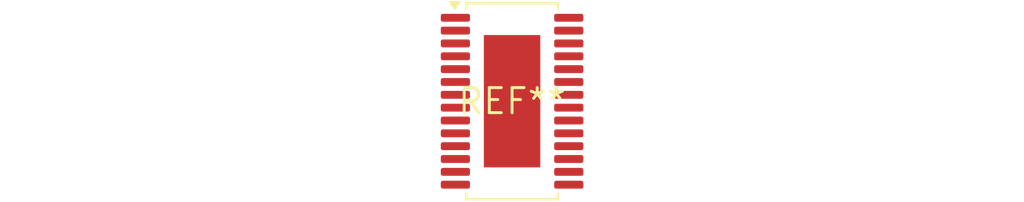
<source format=kicad_pcb>
(kicad_pcb (version 20240108) (generator pcbnew)
  (layers (0 "F.Cu" signal) (31 "B.Cu" signal) (34 "B.Paste" user) (35 "F.Paste" user) (36 "B.SilkS" user "B.Silkscreen") (37 "F.SilkS" user "F.Silkscreen") (38 "B.Mask" user) (39 "F.Mask" user) (44 "Edge.Cuts" user))
  (net 0 "")
  (footprint "TSSOP-28-1EP_4.4x9.7mm_P0.65mm_EP2.85x6.7mm" (layer "F.Cu") (at 0 0)
    (property "Reference" "REF**")
    (property "Value" "TSSOP-28-1EP_4.4x9.7mm_P0.65mm_EP2.85x6.7mm")
    (fp_line (start -2.31 -4.96) (end -2.31 -4.685) (layer "F.SilkS") (stroke (width 0.12)))
    (fp_line (start -2.31 4.96) (end -2.31 4.685) (layer "F.SilkS") (stroke (width 0.12)))
    (fp_line (start 0 -4.96) (end -2.31 -4.96) (layer "F.SilkS") (stroke (width 0.12)))
    (fp_line (start 0 -4.96) (end 2.31 -4.96) (layer "F.SilkS") (stroke (width 0.12)))
    (fp_line (start 0 4.96) (end -2.31 4.96) (layer "F.SilkS") (stroke (width 0.12)))
    (fp_line (start 0 4.96) (end 2.31 4.96) (layer "F.SilkS") (stroke (width 0.12)))
    (fp_line (start 2.31 -4.96) (end 2.31 -4.685) (layer "F.SilkS") (stroke (width 0.12)))
    (fp_line (start 2.31 4.96) (end 2.31 4.685) (layer "F.SilkS") (stroke (width 0.12)))
    (fp_poly (pts (xy -2.9 -4.685) (xy -3.14 -5.015) (xy -2.66 -5.015) (xy -2.9 -4.685)) (layer "F.SilkS") (stroke (width 0.12)) (fill solid))
    (pad "1" smd roundrect (at -2.8625 -4.225) (size 1.475 0.4) (layers "F.Cu" "F.Paste" "F.Mask"))
    (pad "2" smd roundrect (at -2.8625 -3.575) (size 1.475 0.4) (layers "F.Cu" "F.Paste" "F.Mask"))
    (pad "3" smd roundrect (at -2.8625 -2.925) (size 1.475 0.4) (layers "F.Cu" "F.Paste" "F.Mask"))
    (pad "4" smd roundrect (at -2.8625 -2.275) (size 1.475 0.4) (layers "F.Cu" "F.Paste" "F.Mask"))
    (pad "5" smd roundrect (at -2.8625 -1.625) (size 1.475 0.4) (layers "F.Cu" "F.Paste" "F.Mask"))
    (pad "6" smd roundrect (at -2.8625 -0.975) (size 1.475 0.4) (layers "F.Cu" "F.Paste" "F.Mask"))
    (pad "7" smd roundrect (at -2.8625 -0.325) (size 1.475 0.4) (layers "F.Cu" "F.Paste" "F.Mask"))
    (pad "8" smd roundrect (at -2.8625 0.325) (size 1.475 0.4) (layers "F.Cu" "F.Paste" "F.Mask"))
    (pad "9" smd roundrect (at -2.8625 0.975) (size 1.475 0.4) (layers "F.Cu" "F.Paste" "F.Mask"))
    (pad "10" smd roundrect (at -2.8625 1.625) (size 1.475 0.4) (layers "F.Cu" "F.Paste" "F.Mask"))
    (pad "11" smd roundrect (at -2.8625 2.275) (size 1.475 0.4) (layers "F.Cu" "F.Paste" "F.Mask"))
    (pad "12" smd roundrect (at -2.8625 2.925) (size 1.475 0.4) (layers "F.Cu" "F.Paste" "F.Mask"))
    (pad "13" smd roundrect (at -2.8625 3.575) (size 1.475 0.4) (layers "F.Cu" "F.Paste" "F.Mask"))
    (pad "14" smd roundrect (at -2.8625 4.225) (size 1.475 0.4) (layers "F.Cu" "F.Paste" "F.Mask"))
    (pad "15" smd roundrect (at 2.8625 4.225) (size 1.475 0.4) (layers "F.Cu" "F.Paste" "F.Mask"))
    (pad "16" smd roundrect (at 2.8625 3.575) (size 1.475 0.4) (layers "F.Cu" "F.Paste" "F.Mask"))
    (pad "17" smd roundrect (at 2.8625 2.925) (size 1.475 0.4) (layers "F.Cu" "F.Paste" "F.Mask"))
    (pad "18" smd roundrect (at 2.8625 2.275) (size 1.475 0.4) (layers "F.Cu" "F.Paste" "F.Mask"))
    (pad "19" smd roundrect (at 2.8625 1.625) (size 1.475 0.4) (layers "F.Cu" "F.Paste" "F.Mask"))
    (pad "20" smd roundrect (at 2.8625 0.975) (size 1.475 0.4) (layers "F.Cu" "F.Paste" "F.Mask"))
    (pad "21" smd roundrect (at 2.8625 0.325) (size 1.475 0.4) (layers "F.Cu" "F.Paste" "F.Mask"))
    (pad "22" smd roundrect (at 2.8625 -0.325) (size 1.475 0.4) (layers "F.Cu" "F.Paste" "F.Mask"))
    (pad "23" smd roundrect (at 2.8625 -0.975) (size 1.475 0.4) (layers "F.Cu" "F.Paste" "F.Mask"))
    (pad "24" smd roundrect (at 2.8625 -1.625) (size 1.475 0.4) (layers "F.Cu" "F.Paste" "F.Mask"))
    (pad "25" smd roundrect (at 2.8625 -2.275) (size 1.475 0.4) (layers "F.Cu" "F.Paste" "F.Mask"))
    (pad "26" smd roundrect (at 2.8625 -2.925) (size 1.475 0.4) (layers "F.Cu" "F.Paste" "F.Mask"))
    (pad "27" smd roundrect (at 2.8625 -3.575) (size 1.475 0.4) (layers "F.Cu" "F.Paste" "F.Mask"))
    (pad "28" smd roundrect (at 2.8625 -4.225) (size 1.475 0.4) (layers "F.Cu" "F.Paste" "F.Mask"))
    (pad "29" smd rect (at 0 0) (size 2.85 6.7) (property pad_prop_heatsink) (layers "F.Cu" "F.Mask"))
  )
)
</source>
